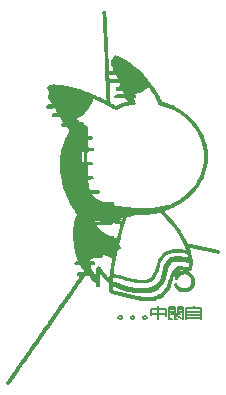
<source format=gbr>
%TF.GenerationSoftware,KiCad,Pcbnew,(6.0.10)*%
%TF.CreationDate,2023-02-02T13:59:13+08:00*%
%TF.ProjectId,AlarmTag,416c6172-6d54-4616-972e-6b696361645f,rev?*%
%TF.SameCoordinates,Original*%
%TF.FileFunction,Legend,Bot*%
%TF.FilePolarity,Positive*%
%FSLAX46Y46*%
G04 Gerber Fmt 4.6, Leading zero omitted, Abs format (unit mm)*
G04 Created by KiCad (PCBNEW (6.0.10)) date 2023-02-02 13:59:13*
%MOMM*%
%LPD*%
G01*
G04 APERTURE LIST*
%ADD10C,0.150000*%
G04 APERTURE END LIST*
D10*
X128150476Y-126785714D02*
X126912380Y-126785714D01*
X128150476Y-127071428D02*
X126912380Y-127071428D01*
X128150476Y-127357142D02*
X126912380Y-127357142D01*
X128150476Y-126500000D02*
X128150476Y-127452380D01*
X128150476Y-126500000D02*
X126912380Y-126500000D01*
X126912380Y-127452380D01*
X127579047Y-126309523D02*
X127674285Y-126500000D01*
X126674285Y-126595238D02*
X126198095Y-126595238D01*
X125960000Y-126595238D02*
X125436190Y-126595238D01*
X126674285Y-126785714D02*
X126198095Y-126785714D01*
X125960000Y-126785714D02*
X125436190Y-126785714D01*
X126436190Y-126976190D02*
X125674285Y-126976190D01*
X126150476Y-127404761D02*
X125960000Y-127404761D01*
X125721904Y-127452380D02*
X125436190Y-127452380D01*
X126674285Y-126404761D02*
X126674285Y-127452380D01*
X126674285Y-126404761D02*
X126198095Y-126404761D01*
X126198095Y-126785714D01*
X125960000Y-126404761D02*
X125960000Y-126785714D01*
X125960000Y-126833333D02*
X125960000Y-127404761D01*
X125960000Y-126404761D02*
X125436190Y-126404761D01*
X125436190Y-127452380D01*
X125960000Y-126976190D02*
X126150476Y-127166666D01*
X126483809Y-127309523D01*
X125198095Y-127023809D02*
X123960000Y-127023809D01*
X125198095Y-126547619D02*
X125198095Y-127119047D01*
X124579047Y-126309523D02*
X124579047Y-127452380D01*
X125198095Y-126547619D02*
X123960000Y-126547619D01*
X123960000Y-127071428D01*
X123483809Y-127119047D02*
X123388571Y-127119047D01*
X123293333Y-127214285D01*
X123293333Y-127309523D01*
X123388571Y-127404761D01*
X123483809Y-127404761D01*
X123579047Y-127309523D01*
X123579047Y-127214285D01*
X123483809Y-127119047D01*
X122436190Y-127119047D02*
X122340952Y-127119047D01*
X122245714Y-127214285D01*
X122245714Y-127309523D01*
X122340952Y-127404761D01*
X122436190Y-127404761D01*
X122531428Y-127309523D01*
X122531428Y-127214285D01*
X122436190Y-127119047D01*
X121388571Y-127119047D02*
X121293333Y-127119047D01*
X121198095Y-127214285D01*
X121198095Y-127309523D01*
X121293333Y-127404761D01*
X121388571Y-127404761D01*
X121483809Y-127309523D01*
X121483809Y-127214285D01*
X121388571Y-127119047D01*
%TO.C,G\u002A\u002A\u002A*%
G36*
X127324312Y-121677975D02*
G01*
X127347911Y-121762943D01*
X127357201Y-121815937D01*
X127358286Y-121829837D01*
X127372611Y-121898283D01*
X127398164Y-121982560D01*
X127427627Y-122096643D01*
X127437028Y-122158015D01*
X127452631Y-122259881D01*
X127469016Y-122446219D01*
X127475763Y-122638330D01*
X127474916Y-122677422D01*
X127471852Y-122818882D01*
X127456264Y-122970547D01*
X127448683Y-123015829D01*
X127425649Y-123140231D01*
X127403682Y-123223468D01*
X127377695Y-123277142D01*
X127353797Y-123301461D01*
X127342604Y-123312851D01*
X127293322Y-123342197D01*
X127208401Y-123386111D01*
X127291424Y-123436600D01*
X127361249Y-123489605D01*
X127448719Y-123576557D01*
X127531076Y-123675897D01*
X127595283Y-123771703D01*
X127628304Y-123848053D01*
X127649188Y-123916831D01*
X127677491Y-123971697D01*
X127694183Y-124015961D01*
X127705494Y-124103587D01*
X127708797Y-124213823D01*
X127704263Y-124328887D01*
X127692063Y-124431000D01*
X127672370Y-124502382D01*
X127670779Y-124505788D01*
X127630447Y-124591596D01*
X127587420Y-124682427D01*
X127567196Y-124718889D01*
X127493707Y-124818244D01*
X127395625Y-124924195D01*
X127288532Y-125019184D01*
X127198006Y-125072920D01*
X127051009Y-125124158D01*
X126883213Y-125154137D01*
X126713612Y-125158262D01*
X126707111Y-125157840D01*
X126601874Y-125147335D01*
X126517925Y-125132596D01*
X126472921Y-125116674D01*
X126429806Y-125093230D01*
X126358718Y-125069363D01*
X126320184Y-125053503D01*
X126238020Y-124996121D01*
X126146374Y-124912185D01*
X126058206Y-124815228D01*
X125986473Y-124718785D01*
X125944136Y-124636389D01*
X125931232Y-124587060D01*
X125929484Y-124480292D01*
X125966710Y-124399755D01*
X126039433Y-124355689D01*
X126061537Y-124351407D01*
X126129962Y-124360941D01*
X126191021Y-124413484D01*
X126253269Y-124515425D01*
X126313689Y-124611260D01*
X126428530Y-124722043D01*
X126562947Y-124791047D01*
X126708869Y-124820885D01*
X126858221Y-124814170D01*
X127002933Y-124773514D01*
X127134932Y-124701530D01*
X127246144Y-124600830D01*
X127328498Y-124474029D01*
X127373921Y-124323738D01*
X127374341Y-124152570D01*
X127332365Y-123994683D01*
X127240839Y-123841462D01*
X127108008Y-123723463D01*
X126939218Y-123646898D01*
X126875374Y-123629359D01*
X126796926Y-123616234D01*
X126723684Y-123621951D01*
X126626327Y-123646470D01*
X126482535Y-123706893D01*
X126337222Y-123820747D01*
X126230605Y-123972586D01*
X126212363Y-124005335D01*
X126145494Y-124078020D01*
X126070690Y-124097646D01*
X125992661Y-124062437D01*
X125985164Y-124056317D01*
X125954169Y-124025548D01*
X125941763Y-123989753D01*
X125945850Y-123932180D01*
X125964333Y-123836078D01*
X125982239Y-123753193D01*
X126002265Y-123669060D01*
X126016148Y-123620579D01*
X126020296Y-123599993D01*
X126004074Y-123579354D01*
X125984246Y-123597203D01*
X125949777Y-123664798D01*
X125906055Y-123777646D01*
X125855149Y-123930314D01*
X125799129Y-124117369D01*
X125798377Y-124119999D01*
X125762455Y-124243430D01*
X125726467Y-124363703D01*
X125698096Y-124455134D01*
X125687637Y-124489625D01*
X125666287Y-124576082D01*
X125657793Y-124637234D01*
X125646389Y-124687618D01*
X125599476Y-124781717D01*
X125522578Y-124899093D01*
X125422517Y-125031317D01*
X125306116Y-125169960D01*
X125180197Y-125306592D01*
X125051581Y-125432783D01*
X124927091Y-125540105D01*
X124843173Y-125598762D01*
X124699774Y-125681178D01*
X124539162Y-125758916D01*
X124382691Y-125820959D01*
X124354275Y-125830465D01*
X124283978Y-125850790D01*
X124210922Y-125865342D01*
X124124332Y-125875104D01*
X124013436Y-125881059D01*
X123867459Y-125884191D01*
X123675630Y-125885482D01*
X123476140Y-125884838D01*
X123299351Y-125880549D01*
X123158266Y-125871821D01*
X123041932Y-125857952D01*
X122939398Y-125838239D01*
X122939196Y-125838192D01*
X122814815Y-125809865D01*
X122692822Y-125782609D01*
X122599599Y-125762318D01*
X122595160Y-125761372D01*
X122514826Y-125743452D01*
X122396001Y-125716065D01*
X122253981Y-125682765D01*
X122104058Y-125647109D01*
X122100263Y-125646199D01*
X121944764Y-125609129D01*
X121792344Y-125573106D01*
X121660328Y-125542208D01*
X121566042Y-125520511D01*
X121393254Y-125480333D01*
X121216154Y-125437025D01*
X121049044Y-125394211D01*
X120900965Y-125354329D01*
X120780958Y-125319815D01*
X120698065Y-125293107D01*
X120661327Y-125276642D01*
X120642062Y-125263819D01*
X120583858Y-125250034D01*
X120567821Y-125246167D01*
X120516625Y-125208549D01*
X120463651Y-125143847D01*
X120457786Y-125134779D01*
X120429189Y-125083215D01*
X120409550Y-125026301D01*
X120396496Y-124951216D01*
X120387656Y-124845141D01*
X120384820Y-124784392D01*
X120702386Y-124784392D01*
X120704839Y-124832530D01*
X120720028Y-124888122D01*
X120755365Y-124933468D01*
X120817960Y-124972662D01*
X120914923Y-125009800D01*
X121053367Y-125048979D01*
X121240401Y-125094294D01*
X121287473Y-125105260D01*
X121473090Y-125148632D01*
X121663047Y-125193189D01*
X121837507Y-125234271D01*
X121976633Y-125267220D01*
X122057456Y-125286448D01*
X122205307Y-125321599D01*
X122341316Y-125353911D01*
X122443857Y-125378244D01*
X122554489Y-125403611D01*
X122790547Y-125452733D01*
X123022413Y-125494899D01*
X123233350Y-125527182D01*
X123406622Y-125546654D01*
X123432274Y-125548768D01*
X123541708Y-125558483D01*
X123628458Y-125567254D01*
X123675630Y-125573399D01*
X123740992Y-125576047D01*
X123847657Y-125568126D01*
X123977363Y-125551656D01*
X124113744Y-125529055D01*
X124240435Y-125502739D01*
X124341070Y-125475126D01*
X124375888Y-125462023D01*
X124488769Y-125408132D01*
X124616409Y-125335202D01*
X124737503Y-125255060D01*
X124829091Y-125185187D01*
X125012942Y-125014041D01*
X125168693Y-124818170D01*
X125301205Y-124589764D01*
X125415338Y-124321012D01*
X125515953Y-124004103D01*
X125531411Y-123950130D01*
X125592479Y-123760107D01*
X125661115Y-123575351D01*
X125732130Y-123408312D01*
X125765110Y-123342130D01*
X126365708Y-123342130D01*
X126374356Y-123367932D01*
X126415816Y-123378775D01*
X126478974Y-123352821D01*
X126515471Y-123336926D01*
X126586833Y-123324938D01*
X126627187Y-123319447D01*
X126635975Y-123301461D01*
X126602250Y-123278206D01*
X126532143Y-123257267D01*
X126453442Y-123254767D01*
X126389719Y-123284260D01*
X126365708Y-123342130D01*
X125765110Y-123342130D01*
X125800334Y-123271445D01*
X125860540Y-123177201D01*
X125954270Y-123078154D01*
X126075544Y-123001452D01*
X126222695Y-122960170D01*
X126408183Y-122949121D01*
X126544264Y-122956097D01*
X126710136Y-122973936D01*
X126857914Y-122998417D01*
X126978608Y-123019887D01*
X127065547Y-123027152D01*
X127107314Y-123018974D01*
X127119131Y-122995339D01*
X127136380Y-122926739D01*
X127149789Y-122835097D01*
X127166063Y-122677422D01*
X127056131Y-122649320D01*
X127023442Y-122641257D01*
X126830207Y-122602869D01*
X126618313Y-122573613D01*
X126402456Y-122554502D01*
X126197334Y-122546548D01*
X126017643Y-122550764D01*
X125878080Y-122568162D01*
X125751106Y-122619265D01*
X125629350Y-122723120D01*
X125530046Y-122872073D01*
X125510086Y-122916658D01*
X125468062Y-123033327D01*
X125422451Y-123182725D01*
X125377396Y-123349969D01*
X125337041Y-123520176D01*
X125305529Y-123678462D01*
X125299578Y-123708824D01*
X125261954Y-123848404D01*
X125205786Y-124012502D01*
X125138245Y-124181413D01*
X125066501Y-124335427D01*
X125056063Y-124354738D01*
X124980286Y-124466545D01*
X124874345Y-124594453D01*
X124751420Y-124724360D01*
X124624688Y-124842165D01*
X124507329Y-124933766D01*
X124505783Y-124934817D01*
X124339390Y-125026375D01*
X124132679Y-125106421D01*
X123901442Y-125169774D01*
X123661472Y-125211255D01*
X123556955Y-125222797D01*
X123441075Y-125231585D01*
X123325649Y-125234340D01*
X123196496Y-125230962D01*
X123039436Y-125221348D01*
X122840290Y-125205398D01*
X122632505Y-125185314D01*
X122130309Y-125114831D01*
X121671414Y-125017270D01*
X121258269Y-124893212D01*
X120893326Y-124743239D01*
X120813291Y-124707489D01*
X120747000Y-124683214D01*
X120716347Y-124679179D01*
X120715781Y-124679820D01*
X120706301Y-124717267D01*
X120702386Y-124784392D01*
X120384820Y-124784392D01*
X120380659Y-124695256D01*
X120367304Y-124352852D01*
X120187190Y-124170874D01*
X120712801Y-124170874D01*
X120726766Y-124239026D01*
X120760461Y-124269268D01*
X120816394Y-124268715D01*
X120905503Y-124271651D01*
X121018727Y-124309401D01*
X121387761Y-124457702D01*
X121800981Y-124582954D01*
X122248057Y-124682271D01*
X122719616Y-124753206D01*
X122786044Y-124760657D01*
X123125915Y-124788072D01*
X123421615Y-124790886D01*
X123679561Y-124767760D01*
X123906170Y-124717350D01*
X124107859Y-124638317D01*
X124291046Y-124529318D01*
X124462147Y-124389014D01*
X124465484Y-124385881D01*
X124566287Y-124281138D01*
X124653088Y-124173099D01*
X124710542Y-124080805D01*
X124759651Y-123962527D01*
X124813471Y-123805813D01*
X124866635Y-123628442D01*
X124913875Y-123447989D01*
X124949926Y-123282029D01*
X124991688Y-123090639D01*
X125077291Y-122819846D01*
X125187074Y-122593063D01*
X125323357Y-122404842D01*
X125353140Y-122372237D01*
X125477354Y-122264357D01*
X125619909Y-122188877D01*
X125799376Y-122135280D01*
X125921875Y-122108583D01*
X126063013Y-122082559D01*
X126172666Y-122070501D01*
X126264343Y-122071133D01*
X126351550Y-122083182D01*
X126429259Y-122097242D01*
X126544978Y-122116480D01*
X126676114Y-122137122D01*
X126808410Y-122157028D01*
X126927610Y-122174060D01*
X127019457Y-122186077D01*
X127069695Y-122190942D01*
X127083930Y-122188171D01*
X127096841Y-122158015D01*
X127088867Y-122085653D01*
X127078550Y-122037127D01*
X127054426Y-121977511D01*
X127011105Y-121935251D01*
X126936562Y-121900445D01*
X126818774Y-121863188D01*
X126765083Y-121849810D01*
X126612411Y-121825991D01*
X126429598Y-121811444D01*
X126230997Y-121806048D01*
X126030963Y-121809685D01*
X125843849Y-121822235D01*
X125684010Y-121843579D01*
X125565800Y-121873597D01*
X125515785Y-121892943D01*
X125282524Y-122010689D01*
X125092959Y-122159824D01*
X124943470Y-122344629D01*
X124830439Y-122569385D01*
X124750246Y-122838373D01*
X124707438Y-123021910D01*
X124664380Y-123179539D01*
X124617165Y-123318492D01*
X124559239Y-123457940D01*
X124484048Y-123617054D01*
X124394390Y-123783048D01*
X124255572Y-123985315D01*
X124108344Y-124141246D01*
X123957022Y-124245693D01*
X123853551Y-124290863D01*
X123619572Y-124354779D01*
X123347271Y-124387090D01*
X123042291Y-124387918D01*
X122710277Y-124357386D01*
X122356875Y-124295619D01*
X121987729Y-124202738D01*
X121857087Y-124165660D01*
X121676386Y-124115661D01*
X121486582Y-124064210D01*
X121312166Y-124018005D01*
X121290830Y-124012415D01*
X121144408Y-123972742D01*
X121011067Y-123934523D01*
X120904758Y-123901865D01*
X120839432Y-123878873D01*
X120738509Y-123836705D01*
X120721514Y-123999297D01*
X120716061Y-124057695D01*
X120712801Y-124170874D01*
X120187190Y-124170874D01*
X120173696Y-124157240D01*
X120137378Y-124120189D01*
X120036925Y-124014617D01*
X119944337Y-123913403D01*
X119875891Y-123834203D01*
X119833188Y-123781953D01*
X119765134Y-123698587D01*
X119714125Y-123635987D01*
X119656555Y-123565196D01*
X119655613Y-124086823D01*
X119655276Y-124181153D01*
X119652634Y-124363137D01*
X119645877Y-124498310D01*
X119633130Y-124593530D01*
X119612519Y-124655654D01*
X119582172Y-124691539D01*
X119540214Y-124708041D01*
X119484771Y-124712018D01*
X119436238Y-124705702D01*
X119373652Y-124667035D01*
X119322166Y-124586680D01*
X119275653Y-124457169D01*
X119258396Y-124401934D01*
X119226239Y-124330238D01*
X119181688Y-124284341D01*
X119109531Y-124244794D01*
X119053625Y-124214604D01*
X118998329Y-124167970D01*
X118948062Y-124098002D01*
X118890123Y-123989945D01*
X118791015Y-123791728D01*
X118590075Y-123783497D01*
X118389135Y-123775265D01*
X118292149Y-123896763D01*
X118262875Y-123934248D01*
X118182294Y-124042946D01*
X118110895Y-124145686D01*
X118077288Y-124195899D01*
X118034750Y-124257401D01*
X118012122Y-124287269D01*
X118002115Y-124299838D01*
X117967132Y-124349966D01*
X117919612Y-124421773D01*
X117890190Y-124464362D01*
X117843871Y-124520240D01*
X117813690Y-124542119D01*
X117803952Y-124544276D01*
X117785775Y-124576284D01*
X117784537Y-124582818D01*
X117761454Y-124630591D01*
X117716865Y-124704432D01*
X117660849Y-124789424D01*
X117603485Y-124870651D01*
X117554852Y-124933198D01*
X117525031Y-124962148D01*
X117522775Y-124963226D01*
X117502609Y-124996983D01*
X117497747Y-125010170D01*
X117467124Y-125063388D01*
X117414574Y-125144628D01*
X117347369Y-125242394D01*
X117311723Y-125292962D01*
X117242972Y-125390772D01*
X117187986Y-125469358D01*
X117156232Y-125515212D01*
X117137861Y-125541418D01*
X117087809Y-125610381D01*
X117028305Y-125690492D01*
X116992848Y-125739828D01*
X116952132Y-125804051D01*
X116936277Y-125840624D01*
X116935944Y-125845377D01*
X116912604Y-125877719D01*
X116912049Y-125877976D01*
X116885173Y-125906129D01*
X116835904Y-125969278D01*
X116772576Y-126055632D01*
X116703524Y-126153398D01*
X116637084Y-126250786D01*
X116581590Y-126336001D01*
X116545378Y-126397254D01*
X116512968Y-126445241D01*
X116481666Y-126467648D01*
X116475586Y-126468378D01*
X116454894Y-126495506D01*
X116454820Y-126496446D01*
X116437369Y-126532416D01*
X116395022Y-126600929D01*
X116336119Y-126689883D01*
X116269000Y-126787174D01*
X116202003Y-126880699D01*
X116143469Y-126958355D01*
X116101736Y-127008039D01*
X116076206Y-127039524D01*
X116058444Y-127078831D01*
X116058396Y-127079611D01*
X116040423Y-127115228D01*
X115996263Y-127180516D01*
X115935038Y-127261944D01*
X115869926Y-127347661D01*
X115811360Y-127430013D01*
X115775484Y-127486693D01*
X115746114Y-127537323D01*
X115713588Y-127584371D01*
X115699606Y-127602506D01*
X115671142Y-127641726D01*
X115625795Y-127705491D01*
X115560994Y-127797460D01*
X115474167Y-127921295D01*
X115362742Y-128080656D01*
X115224146Y-128279205D01*
X115055808Y-128520602D01*
X115047916Y-128531745D01*
X115004289Y-128587385D01*
X114975351Y-128614991D01*
X114971973Y-128616842D01*
X114954114Y-128651894D01*
X114949973Y-128663778D01*
X114919771Y-128715487D01*
X114866696Y-128794763D01*
X114798372Y-128889952D01*
X114762648Y-128938959D01*
X114701048Y-129027344D01*
X114658504Y-129093809D01*
X114642631Y-129126776D01*
X114642467Y-129130107D01*
X114621394Y-129162446D01*
X114596676Y-129187644D01*
X114550099Y-129247163D01*
X114492345Y-129327626D01*
X114438089Y-129405487D01*
X114357734Y-129519996D01*
X114265872Y-129650326D01*
X114173609Y-129780692D01*
X114094711Y-129892459D01*
X113989636Y-130042600D01*
X113889710Y-130186619D01*
X113808838Y-130304549D01*
X113781559Y-130344606D01*
X113697730Y-130466615D01*
X113616953Y-130582833D01*
X113553513Y-130672665D01*
X113513595Y-130728791D01*
X113430597Y-130847235D01*
X113355812Y-130955831D01*
X113310886Y-131021283D01*
X113236044Y-131129134D01*
X113148677Y-131254170D01*
X113059803Y-131380580D01*
X112986893Y-131484243D01*
X112895858Y-131614443D01*
X112814391Y-131731741D01*
X112754086Y-131819488D01*
X112735968Y-131845931D01*
X112675886Y-131932417D01*
X112598545Y-132042704D01*
X112512231Y-132165089D01*
X112425228Y-132287870D01*
X112345820Y-132399345D01*
X112282291Y-132487809D01*
X112242927Y-132541561D01*
X112242513Y-132542113D01*
X112215777Y-132579850D01*
X112167707Y-132649339D01*
X112108416Y-132735965D01*
X112044427Y-132824126D01*
X111983278Y-132898436D01*
X111939295Y-132941261D01*
X111899197Y-132964913D01*
X111823197Y-132976041D01*
X111749487Y-132933605D01*
X111725639Y-132905516D01*
X111699079Y-132820508D01*
X111713747Y-132724161D01*
X111768495Y-132634537D01*
X111778267Y-132623766D01*
X111821660Y-132568932D01*
X111839287Y-132533978D01*
X111851458Y-132504525D01*
X111888841Y-132454391D01*
X111928852Y-132403842D01*
X111987371Y-132322889D01*
X112051279Y-132229598D01*
X112056159Y-132222282D01*
X112113046Y-132138203D01*
X112157178Y-132075054D01*
X112179358Y-132046020D01*
X112203522Y-132016058D01*
X112242385Y-131961071D01*
X112280361Y-131905318D01*
X112339295Y-131819373D01*
X112404551Y-131724602D01*
X112408360Y-131719068D01*
X112464188Y-131634422D01*
X112503817Y-131567894D01*
X112518885Y-131533465D01*
X112519190Y-131529308D01*
X112541568Y-131508005D01*
X112563286Y-131488130D01*
X112609664Y-131429661D01*
X112673198Y-131341895D01*
X112746864Y-131234201D01*
X112814786Y-131133527D01*
X112883004Y-131034939D01*
X112935615Y-130961677D01*
X112964872Y-130924741D01*
X112982890Y-130904332D01*
X113000268Y-130872981D01*
X113015128Y-130846847D01*
X113057558Y-130784454D01*
X113120902Y-130695548D01*
X113198484Y-130589671D01*
X113272761Y-130487328D01*
X113337115Y-130394124D01*
X113380678Y-130325727D01*
X113396700Y-130292269D01*
X113397522Y-130284034D01*
X113418302Y-130262074D01*
X113436538Y-130251571D01*
X113467856Y-130208250D01*
X113485384Y-130178961D01*
X113531817Y-130108007D01*
X113596863Y-130012224D01*
X113672303Y-129903846D01*
X113733816Y-129816517D01*
X113871086Y-129621681D01*
X113988018Y-129455798D01*
X114093400Y-129306407D01*
X114196020Y-129161046D01*
X114304670Y-129007254D01*
X114305710Y-129005781D01*
X114381598Y-128897278D01*
X114443704Y-128806410D01*
X114485648Y-128742657D01*
X114501048Y-128715502D01*
X114505419Y-128706335D01*
X114535792Y-128659822D01*
X114588754Y-128584450D01*
X114656789Y-128491052D01*
X114693260Y-128441301D01*
X114754501Y-128355446D01*
X114796768Y-128292976D01*
X114812531Y-128264832D01*
X114815441Y-128254334D01*
X114840420Y-128215004D01*
X114858836Y-128192304D01*
X114930789Y-128100745D01*
X115004209Y-128001723D01*
X115088821Y-127881850D01*
X115194350Y-127727737D01*
X115195212Y-127726467D01*
X115270919Y-127615827D01*
X115335487Y-127523153D01*
X115382095Y-127458123D01*
X115403923Y-127430413D01*
X115417063Y-127416486D01*
X115449654Y-127370936D01*
X115515335Y-127268215D01*
X115584484Y-127166193D01*
X115636768Y-127096356D01*
X115666261Y-127067016D01*
X115671567Y-127064204D01*
X115690346Y-127027797D01*
X115699933Y-127005249D01*
X115737398Y-126944061D01*
X115796605Y-126856755D01*
X115870486Y-126754069D01*
X115924223Y-126680725D01*
X116001231Y-126573661D01*
X116064229Y-126483785D01*
X116103255Y-126425173D01*
X116137044Y-126373924D01*
X116197802Y-126286442D01*
X116271085Y-126183604D01*
X116345726Y-126080905D01*
X116410557Y-125993840D01*
X116454411Y-125937907D01*
X116466571Y-125920607D01*
X116483211Y-125873306D01*
X116488150Y-125857225D01*
X116525686Y-125826606D01*
X116545592Y-125815837D01*
X116568161Y-125783636D01*
X116570062Y-125775435D01*
X116595160Y-125726475D01*
X116641666Y-125651842D01*
X116699703Y-125565865D01*
X116759397Y-125482869D01*
X116810870Y-125417182D01*
X116844248Y-125383131D01*
X116858908Y-125371362D01*
X116879643Y-125334036D01*
X116884563Y-125320532D01*
X116915393Y-125266909D01*
X116968253Y-125185448D01*
X117035837Y-125087672D01*
X117071917Y-125036778D01*
X117140761Y-124939134D01*
X117195591Y-124860674D01*
X117226974Y-124814862D01*
X117241859Y-124792792D01*
X117289138Y-124724609D01*
X117345447Y-124644962D01*
X117363796Y-124619057D01*
X117427056Y-124528300D01*
X117504184Y-124416276D01*
X117582456Y-124301427D01*
X117621400Y-124244589D01*
X117687339Y-124151335D01*
X117739498Y-124081342D01*
X117769113Y-124046578D01*
X117778710Y-124036965D01*
X117819543Y-123984326D01*
X117867135Y-123912074D01*
X117897835Y-123857952D01*
X117910263Y-123817413D01*
X117891327Y-123805887D01*
X117837672Y-123785641D01*
X117774358Y-123733700D01*
X117722386Y-123669409D01*
X117700825Y-123612160D01*
X117713561Y-123560210D01*
X117751639Y-123494559D01*
X117771432Y-123473242D01*
X117815739Y-123446711D01*
X117884108Y-123432651D01*
X117992775Y-123426478D01*
X118030308Y-123425142D01*
X118130584Y-123415790D01*
X118196055Y-123395789D01*
X118196722Y-123395296D01*
X118635273Y-123395296D01*
X118638468Y-123414836D01*
X118663590Y-123437771D01*
X118676616Y-123432979D01*
X118691906Y-123395296D01*
X118688712Y-123375756D01*
X118663590Y-123352821D01*
X118650563Y-123357613D01*
X118635273Y-123395296D01*
X118196722Y-123395296D01*
X118243511Y-123360736D01*
X118303925Y-123300321D01*
X118184141Y-123164238D01*
X118128161Y-123098127D01*
X118062076Y-123013693D01*
X118018068Y-122949797D01*
X118010615Y-122937446D01*
X117982077Y-122901042D01*
X117943647Y-122881251D01*
X117879753Y-122873056D01*
X117774820Y-122871439D01*
X117643338Y-122863897D01*
X117545672Y-122836440D01*
X117491199Y-122785968D01*
X117474292Y-122709447D01*
X117474421Y-122698422D01*
X117493682Y-122602433D01*
X117549003Y-122548505D01*
X117645188Y-122531639D01*
X117645961Y-122531639D01*
X117709980Y-122528483D01*
X117744334Y-122512578D01*
X117750668Y-122474182D01*
X117733712Y-122414413D01*
X118806778Y-122414413D01*
X118806829Y-122466489D01*
X118855837Y-122494784D01*
X118956525Y-122503323D01*
X118993856Y-122504314D01*
X119109788Y-122527313D01*
X119178780Y-122581153D01*
X119201605Y-122666350D01*
X119201124Y-122679204D01*
X119172777Y-122750495D01*
X119097970Y-122799608D01*
X118972881Y-122829265D01*
X118904385Y-122839663D01*
X118854041Y-122854727D01*
X118837753Y-122879781D01*
X118842868Y-122924052D01*
X118858454Y-122980741D01*
X118906126Y-123101536D01*
X118970876Y-123233584D01*
X119041834Y-123355502D01*
X119071016Y-123395296D01*
X119108134Y-123445911D01*
X119157242Y-123515260D01*
X119200069Y-123599652D01*
X119201810Y-123603996D01*
X119237156Y-123674645D01*
X119272005Y-123720611D01*
X119285052Y-123724300D01*
X119297377Y-123702079D01*
X119306625Y-123643935D01*
X119313803Y-123542966D01*
X119319920Y-123392268D01*
X119323722Y-123286275D01*
X119329819Y-123168851D01*
X119338222Y-123090260D01*
X119350933Y-123039860D01*
X119369954Y-123007008D01*
X119397287Y-122981063D01*
X119482825Y-122936334D01*
X119575953Y-122937925D01*
X119657604Y-122991784D01*
X119680346Y-123018920D01*
X119736609Y-123091252D01*
X119809061Y-123188111D01*
X119887644Y-123296188D01*
X119924098Y-123346312D01*
X120024212Y-123478725D01*
X120126886Y-123608601D01*
X120214823Y-123713858D01*
X120239401Y-123741635D01*
X120310305Y-123817768D01*
X120365195Y-123870880D01*
X120393822Y-123890837D01*
X120394579Y-123890833D01*
X120404655Y-123888703D01*
X120413578Y-123878000D01*
X120422646Y-123851937D01*
X120433153Y-123803728D01*
X120446396Y-123726588D01*
X120463670Y-123613729D01*
X120480280Y-123499562D01*
X120790428Y-123499562D01*
X120798278Y-123533065D01*
X120815500Y-123550943D01*
X120866909Y-123574018D01*
X120969781Y-123609737D01*
X121115434Y-123654663D01*
X121297450Y-123706825D01*
X121509409Y-123764249D01*
X121565175Y-123779119D01*
X121725356Y-123822912D01*
X121885864Y-123868065D01*
X122019108Y-123906858D01*
X122062145Y-123919303D01*
X122209734Y-123958135D01*
X122374723Y-123997375D01*
X122528807Y-124030175D01*
X122592360Y-124042128D01*
X122901943Y-124084899D01*
X123186332Y-124098200D01*
X123440576Y-124082586D01*
X123659724Y-124038614D01*
X123838823Y-123966841D01*
X123972923Y-123867823D01*
X124034325Y-123798442D01*
X124162826Y-123607201D01*
X124281201Y-123365780D01*
X124387592Y-123078277D01*
X124480141Y-122748791D01*
X124529211Y-122564523D01*
X124587614Y-122395279D01*
X124655987Y-122254260D01*
X124741772Y-122126431D01*
X124852411Y-121996759D01*
X124902291Y-121945139D01*
X125104819Y-121777119D01*
X125333428Y-121650855D01*
X125594950Y-121563166D01*
X125896218Y-121510872D01*
X125908964Y-121509500D01*
X126129017Y-121495211D01*
X126351225Y-121496628D01*
X126561183Y-121512680D01*
X126744485Y-121542299D01*
X126886724Y-121584413D01*
X126912721Y-121593238D01*
X126930175Y-121582736D01*
X126921429Y-121530450D01*
X126921012Y-121528877D01*
X126901496Y-121477543D01*
X126861244Y-121385373D01*
X126804514Y-121261665D01*
X126735567Y-121115718D01*
X126658662Y-120956832D01*
X126598235Y-120836036D01*
X126306481Y-120314172D01*
X125982895Y-119826843D01*
X125633517Y-119383321D01*
X125630257Y-119379534D01*
X125506755Y-119235627D01*
X125372174Y-119078150D01*
X125242554Y-118925906D01*
X125133935Y-118797699D01*
X125082555Y-118736827D01*
X124979421Y-118616722D01*
X124899855Y-118532359D01*
X124834411Y-118478614D01*
X124773644Y-118450365D01*
X124708110Y-118442487D01*
X124628363Y-118449857D01*
X124524959Y-118467352D01*
X124316638Y-118503600D01*
X124123642Y-118535393D01*
X123961360Y-118558921D01*
X123816609Y-118575414D01*
X123676203Y-118586103D01*
X123526960Y-118592215D01*
X123355693Y-118594981D01*
X123149220Y-118595630D01*
X122967979Y-118595762D01*
X122810814Y-118596661D01*
X122695846Y-118599064D01*
X122615429Y-118603704D01*
X122561920Y-118611318D01*
X122527673Y-118622639D01*
X122505046Y-118638402D01*
X122486392Y-118659343D01*
X122473106Y-118674434D01*
X122437726Y-118700540D01*
X122384845Y-118717535D01*
X122301420Y-118728674D01*
X122174409Y-118737213D01*
X121913919Y-118751372D01*
X121907297Y-118770754D01*
X121831690Y-118992063D01*
X121815606Y-119039477D01*
X121777472Y-119156899D01*
X121740641Y-119270310D01*
X121688002Y-119445059D01*
X121666953Y-119514937D01*
X121591589Y-119783821D01*
X121511596Y-120087424D01*
X121424020Y-120436210D01*
X121412390Y-120483251D01*
X121372353Y-120642960D01*
X121334087Y-120792539D01*
X121301451Y-120917020D01*
X121278305Y-121001433D01*
X121258748Y-121077039D01*
X121251333Y-121141360D01*
X121265895Y-121166781D01*
X121296838Y-121181881D01*
X121298389Y-121182638D01*
X121358548Y-121249383D01*
X121381984Y-121338701D01*
X121374437Y-121397571D01*
X121330602Y-121461871D01*
X121249893Y-121483925D01*
X121206315Y-121494022D01*
X121158436Y-121534981D01*
X121156328Y-121539472D01*
X121138792Y-121596176D01*
X121113435Y-121699194D01*
X121081871Y-121840434D01*
X121045712Y-122011807D01*
X121006571Y-122205222D01*
X120990966Y-122285102D01*
X120966060Y-122412589D01*
X120925793Y-122625817D01*
X120887383Y-122836815D01*
X120852441Y-123037493D01*
X120822582Y-123219760D01*
X120803727Y-123344530D01*
X120792171Y-123440146D01*
X120790428Y-123499562D01*
X120480280Y-123499562D01*
X120486273Y-123458366D01*
X120515499Y-123253713D01*
X120533788Y-123127363D01*
X120561688Y-122941221D01*
X120589046Y-122765506D01*
X120613478Y-122615446D01*
X120632598Y-122506266D01*
X120653152Y-122377382D01*
X120659495Y-122285102D01*
X120650056Y-122241449D01*
X120648507Y-122240049D01*
X120603664Y-122216706D01*
X120518175Y-122183024D01*
X120404941Y-122143116D01*
X120276863Y-122101094D01*
X120146841Y-122061069D01*
X120027777Y-122027155D01*
X119932572Y-122003465D01*
X119874125Y-121994109D01*
X119859423Y-122016046D01*
X119852887Y-122073161D01*
X119843421Y-122137271D01*
X119812732Y-122207665D01*
X119811050Y-122209924D01*
X119790190Y-122230438D01*
X119757677Y-122245292D01*
X119704514Y-122255695D01*
X119621706Y-122262852D01*
X119500258Y-122267970D01*
X119331173Y-122272255D01*
X119265224Y-122273738D01*
X119115219Y-122277957D01*
X119009498Y-122283300D01*
X118938962Y-122291086D01*
X118894512Y-122302631D01*
X118867048Y-122319253D01*
X118867038Y-122319265D01*
X118847471Y-122342268D01*
X118806778Y-122414413D01*
X117733712Y-122414413D01*
X117730631Y-122403553D01*
X117697125Y-122319265D01*
X118465374Y-122319265D01*
X118479532Y-122333423D01*
X118493690Y-122319265D01*
X118479532Y-122305106D01*
X118465374Y-122319265D01*
X117697125Y-122319265D01*
X117685868Y-122290948D01*
X117653846Y-122206789D01*
X117593435Y-122015137D01*
X117535600Y-121793149D01*
X117484250Y-121557888D01*
X117443295Y-121326421D01*
X117426081Y-121190398D01*
X120197696Y-121190398D01*
X120221003Y-121200759D01*
X120235994Y-121198715D01*
X120239881Y-121181881D01*
X120235731Y-121178492D01*
X120202126Y-121181881D01*
X120197696Y-121190398D01*
X117426081Y-121190398D01*
X117416642Y-121115809D01*
X117409398Y-121029362D01*
X117397925Y-120861175D01*
X117386886Y-120665717D01*
X117377255Y-120460761D01*
X117370003Y-120264081D01*
X117366268Y-119991086D01*
X117377334Y-119684805D01*
X117397543Y-119504612D01*
X119371505Y-119504612D01*
X119372307Y-119510470D01*
X119401431Y-119559465D01*
X119466372Y-119633295D01*
X119558861Y-119724650D01*
X119670628Y-119826219D01*
X119793404Y-119930693D01*
X119918919Y-120030761D01*
X120038904Y-120119113D01*
X120145089Y-120188440D01*
X120270228Y-120261129D01*
X120361875Y-120308508D01*
X120433873Y-120335791D01*
X120500206Y-120348276D01*
X120574856Y-120351260D01*
X120623851Y-120352415D01*
X120723166Y-120369825D01*
X120794745Y-120416333D01*
X120858127Y-120502360D01*
X120902566Y-120539864D01*
X120973461Y-120566125D01*
X121060477Y-120582867D01*
X121140156Y-120275927D01*
X121161478Y-120194417D01*
X121205628Y-120028464D01*
X121249704Y-119865794D01*
X121286751Y-119732206D01*
X121298022Y-119691604D01*
X121326443Y-119581876D01*
X121346238Y-119494344D01*
X121353668Y-119445059D01*
X121353640Y-119442352D01*
X121348904Y-119420003D01*
X121330145Y-119402377D01*
X121288927Y-119387144D01*
X121216813Y-119371973D01*
X121105365Y-119354535D01*
X120946147Y-119332498D01*
X120885113Y-119324430D01*
X120804895Y-119317202D01*
X120754287Y-119323274D01*
X120716028Y-119346264D01*
X120672858Y-119389792D01*
X120594714Y-119473445D01*
X119983110Y-119473445D01*
X119970096Y-119473448D01*
X119747748Y-119474700D01*
X119579285Y-119478311D01*
X119462138Y-119484412D01*
X119393735Y-119493136D01*
X119371505Y-119504612D01*
X117397543Y-119504612D01*
X117407797Y-119413189D01*
X117459506Y-119165256D01*
X117468615Y-119136613D01*
X119132648Y-119136613D01*
X119150154Y-119143976D01*
X119214872Y-119152680D01*
X119314698Y-119158150D01*
X119436889Y-119159431D01*
X119725463Y-119156899D01*
X119583880Y-119117502D01*
X119486725Y-119095715D01*
X119372278Y-119081385D01*
X119268327Y-119078789D01*
X119186191Y-119087448D01*
X119137192Y-119106882D01*
X119132648Y-119136613D01*
X117468615Y-119136613D01*
X117499313Y-119040082D01*
X121353668Y-119040082D01*
X121367924Y-119063229D01*
X121417813Y-119077013D01*
X121422263Y-119076939D01*
X121463698Y-119063793D01*
X121497518Y-119019569D01*
X121533423Y-118932110D01*
X121561302Y-118836712D01*
X121565890Y-118770754D01*
X121544999Y-118752095D01*
X121502042Y-118783150D01*
X121499134Y-118787077D01*
X121440434Y-118866335D01*
X121404937Y-118925558D01*
X121367995Y-118997225D01*
X121353668Y-119040082D01*
X117499313Y-119040082D01*
X117534313Y-118930026D01*
X117599795Y-118776739D01*
X119605707Y-118776739D01*
X119606146Y-118786405D01*
X119642873Y-118791611D01*
X119670706Y-118787077D01*
X119659981Y-118774503D01*
X119643606Y-118769979D01*
X119605707Y-118776739D01*
X117599795Y-118776739D01*
X117634065Y-118696518D01*
X117660231Y-118639812D01*
X117689457Y-118569986D01*
X117700825Y-118532962D01*
X117699897Y-118529522D01*
X117677036Y-118489601D01*
X117628148Y-118415470D01*
X117559416Y-118316291D01*
X117477021Y-118201228D01*
X117386555Y-118073706D01*
X117282573Y-117921150D01*
X117254824Y-117878794D01*
X118849924Y-117878794D01*
X118890123Y-117883244D01*
X118929076Y-117879297D01*
X118925518Y-117868961D01*
X118912701Y-117865221D01*
X118854727Y-117868961D01*
X118849924Y-117878794D01*
X117254824Y-117878794D01*
X117186984Y-117775244D01*
X117112652Y-117655264D01*
X117005373Y-117462750D01*
X116824205Y-117083001D01*
X116662250Y-116672086D01*
X116603003Y-116489840D01*
X118413749Y-116489840D01*
X118437057Y-116500201D01*
X118452048Y-116498158D01*
X118455935Y-116481323D01*
X118451784Y-116477934D01*
X118418179Y-116481323D01*
X118413749Y-116489840D01*
X116603003Y-116489840D01*
X116521582Y-116239386D01*
X116404275Y-115794281D01*
X116312402Y-115346152D01*
X116248038Y-114904380D01*
X116213255Y-114478346D01*
X116212936Y-114437462D01*
X118157791Y-114437462D01*
X118166113Y-114503520D01*
X118190047Y-114597309D01*
X118224790Y-114694657D01*
X118236252Y-114720759D01*
X118252790Y-114751849D01*
X118261467Y-114745718D01*
X118264985Y-114695895D01*
X118266049Y-114595909D01*
X118266126Y-114579914D01*
X118264699Y-114484667D01*
X118256972Y-114432004D01*
X118239134Y-114409511D01*
X118207373Y-114404772D01*
X118171317Y-114409915D01*
X118157791Y-114437462D01*
X116212936Y-114437462D01*
X116210128Y-114077431D01*
X116240730Y-113711015D01*
X116242240Y-113701982D01*
X118095521Y-113701982D01*
X118095837Y-113829124D01*
X118098654Y-113941405D01*
X118104002Y-114024921D01*
X118111907Y-114065767D01*
X118142398Y-114086128D01*
X118200707Y-114092152D01*
X118248279Y-114074411D01*
X118250911Y-114067821D01*
X118257309Y-114015613D01*
X118262465Y-113921422D01*
X118265905Y-113795891D01*
X118267157Y-113649662D01*
X118267157Y-113243791D01*
X118199517Y-113243791D01*
X118169192Y-113246790D01*
X118133916Y-113273981D01*
X118130936Y-113283906D01*
X118113387Y-113342349D01*
X118109296Y-113370438D01*
X118102279Y-113458735D01*
X118097677Y-113573884D01*
X118095521Y-113701982D01*
X116242240Y-113701982D01*
X116295273Y-113384695D01*
X116319208Y-113283173D01*
X117790224Y-113283173D01*
X117796984Y-113321072D01*
X117806650Y-113320633D01*
X117811856Y-113283906D01*
X117807321Y-113256072D01*
X117794748Y-113266798D01*
X117790224Y-113283173D01*
X116319208Y-113283173D01*
X116372805Y-113055838D01*
X116416384Y-112918150D01*
X117814091Y-112918150D01*
X117828250Y-112932308D01*
X117842408Y-112918150D01*
X117828250Y-112903992D01*
X117814091Y-112918150D01*
X116416384Y-112918150D01*
X116426313Y-112886780D01*
X118191690Y-112886780D01*
X118218055Y-112903992D01*
X118238185Y-112902680D01*
X118273723Y-112883483D01*
X118290274Y-112832034D01*
X118293164Y-112736452D01*
X118290854Y-112606667D01*
X118254190Y-112691617D01*
X118223725Y-112767223D01*
X118197958Y-112840279D01*
X118191690Y-112886780D01*
X116426313Y-112886780D01*
X116474970Y-112733051D01*
X116606730Y-112400789D01*
X116667304Y-112270665D01*
X117989000Y-112270665D01*
X118012308Y-112281026D01*
X118027298Y-112278983D01*
X118031185Y-112262148D01*
X118027035Y-112258759D01*
X117993430Y-112262148D01*
X117989000Y-112270665D01*
X116667304Y-112270665D01*
X116773048Y-112043508D01*
X116778880Y-112031687D01*
X116847396Y-111890587D01*
X116911079Y-111755748D01*
X116963049Y-111641944D01*
X116996425Y-111563947D01*
X117050360Y-111427358D01*
X116919087Y-111273702D01*
X116787814Y-111120045D01*
X116621354Y-111120045D01*
X116522222Y-111115821D01*
X116448997Y-111098451D01*
X116398261Y-111063412D01*
X116380115Y-111042511D01*
X116343955Y-110954243D01*
X116355043Y-110862224D01*
X116412419Y-110785305D01*
X116414982Y-110783278D01*
X116463256Y-110739979D01*
X116483211Y-110712168D01*
X116474185Y-110691802D01*
X116440130Y-110635852D01*
X116389425Y-110560502D01*
X116350452Y-110502765D01*
X116324788Y-110461424D01*
X117701256Y-110461424D01*
X117716816Y-110507904D01*
X117754842Y-110538724D01*
X117786415Y-110554343D01*
X117824254Y-110595986D01*
X117836799Y-110615049D01*
X117894765Y-110660642D01*
X117978955Y-110705005D01*
X118069642Y-110738610D01*
X118147099Y-110751929D01*
X118210841Y-110760244D01*
X118274173Y-110804759D01*
X118295474Y-110887040D01*
X118296617Y-110905353D01*
X118322207Y-110974305D01*
X118370086Y-111019189D01*
X118425110Y-111024007D01*
X118475619Y-111025861D01*
X118540520Y-111054711D01*
X118572167Y-111078216D01*
X118600445Y-111124649D01*
X118597301Y-111196894D01*
X118595140Y-111215568D01*
X118598264Y-111311824D01*
X118617644Y-111411210D01*
X118630359Y-111469535D01*
X118642071Y-111590713D01*
X118641127Y-111720264D01*
X118628868Y-111909893D01*
X118793949Y-111918481D01*
X118852888Y-111922359D01*
X118926049Y-111934271D01*
X118969538Y-111958376D01*
X119000762Y-112001676D01*
X119021395Y-112043264D01*
X119025151Y-112091539D01*
X118993973Y-112150338D01*
X118978731Y-112171975D01*
X118940759Y-112205735D01*
X118884509Y-112220888D01*
X118790901Y-112224393D01*
X118743819Y-112224511D01*
X118687158Y-112229044D01*
X118649201Y-112246555D01*
X118639880Y-112262148D01*
X118625763Y-112285766D01*
X118612659Y-112355400D01*
X118605705Y-112464179D01*
X118600716Y-112620825D01*
X118597313Y-112736452D01*
X118592798Y-112889833D01*
X118828772Y-112903992D01*
X118933539Y-112911888D01*
X118975712Y-112918150D01*
X119020147Y-112924748D01*
X119073052Y-112944105D01*
X119104859Y-112973116D01*
X119133075Y-113018963D01*
X119140061Y-113078881D01*
X119103283Y-113149126D01*
X119073491Y-113179390D01*
X119024928Y-113200850D01*
X118945494Y-113216032D01*
X118822312Y-113228577D01*
X118583030Y-113248509D01*
X118564656Y-113451445D01*
X118557385Y-113565234D01*
X118555238Y-113649662D01*
X118553372Y-113723005D01*
X118555382Y-113866756D01*
X118564482Y-114079131D01*
X118756332Y-114083334D01*
X118788777Y-114084310D01*
X118910354Y-114096461D01*
X118985393Y-114124419D01*
X119021449Y-114172738D01*
X119026073Y-114245973D01*
X119015391Y-114292453D01*
X118964580Y-114355748D01*
X118869911Y-114392328D01*
X118727302Y-114404354D01*
X118578640Y-114404772D01*
X118578640Y-114813047D01*
X118578793Y-114867860D01*
X118580711Y-115012132D01*
X118584480Y-115134262D01*
X118589664Y-115222754D01*
X118595828Y-115266113D01*
X118602992Y-115278549D01*
X118636705Y-115298057D01*
X118704160Y-115308075D01*
X118816697Y-115310903D01*
X118864192Y-115311368D01*
X118976300Y-115320053D01*
X119044785Y-115343530D01*
X119079011Y-115386755D01*
X119088339Y-115454683D01*
X119088155Y-115465332D01*
X119074187Y-115527392D01*
X119031427Y-115569034D01*
X118950641Y-115595763D01*
X118822592Y-115613083D01*
X118759676Y-115619696D01*
X118682987Y-115633183D01*
X118645307Y-115652025D01*
X118635273Y-115680300D01*
X118638134Y-115721365D01*
X118650106Y-115812257D01*
X118669034Y-115930442D01*
X118692337Y-116062041D01*
X118717430Y-116193175D01*
X118741729Y-116309963D01*
X118762652Y-116398525D01*
X118777613Y-116444982D01*
X118787239Y-116460084D01*
X118809856Y-116478187D01*
X118820587Y-116481323D01*
X118849856Y-116489877D01*
X118917050Y-116496528D01*
X119021249Y-116499512D01*
X119172262Y-116500201D01*
X119337056Y-116502143D01*
X119461969Y-116510025D01*
X119545568Y-116526478D01*
X119595641Y-116554135D01*
X119619974Y-116595624D01*
X119626355Y-116653576D01*
X119618364Y-116710985D01*
X119584152Y-116759681D01*
X119516099Y-116790634D01*
X119406820Y-116806937D01*
X119248930Y-116811684D01*
X119175026Y-116812657D01*
X119072065Y-116817907D01*
X119001352Y-116826685D01*
X118975073Y-116837828D01*
X118986600Y-116874734D01*
X119040625Y-116945928D01*
X119131699Y-117032427D01*
X119251886Y-117128056D01*
X119393250Y-117226639D01*
X119547854Y-117322001D01*
X119707763Y-117407966D01*
X119933143Y-117519599D01*
X120353160Y-117520033D01*
X120419340Y-117520408D01*
X120563705Y-117523456D01*
X120684776Y-117529051D01*
X120771441Y-117536578D01*
X120812589Y-117545423D01*
X120818480Y-117550320D01*
X120843378Y-117601235D01*
X120855064Y-117677476D01*
X120861351Y-117743809D01*
X120886142Y-117784788D01*
X120943077Y-117808302D01*
X120990556Y-117818490D01*
X121089245Y-117832414D01*
X121197926Y-117841918D01*
X121213279Y-117842932D01*
X121314912Y-117852420D01*
X121452908Y-117868243D01*
X121539415Y-117879297D01*
X121611100Y-117888457D01*
X121773317Y-117911117D01*
X121950231Y-117935060D01*
X122165659Y-117960744D01*
X122380129Y-117983330D01*
X122566182Y-117999750D01*
X122857698Y-118017482D01*
X123424767Y-118024390D01*
X123982688Y-117992015D01*
X124553445Y-117919471D01*
X124566775Y-117917351D01*
X124832735Y-117874462D01*
X125052810Y-117836515D01*
X125236681Y-117800190D01*
X125394029Y-117762166D01*
X125534535Y-117719122D01*
X125667877Y-117667738D01*
X125803738Y-117604693D01*
X125951797Y-117526666D01*
X126121735Y-117430337D01*
X126323233Y-117312385D01*
X126369832Y-117283143D01*
X126483600Y-117203895D01*
X126623495Y-117099182D01*
X126779012Y-116976963D01*
X126939649Y-116845202D01*
X127035900Y-116761596D01*
X127162719Y-116641447D01*
X127296315Y-116502561D01*
X127445380Y-116335808D01*
X127618608Y-116132057D01*
X127660212Y-116076508D01*
X127728266Y-115974542D01*
X127807033Y-115848602D01*
X127887805Y-115713025D01*
X127961877Y-115582145D01*
X128020540Y-115470299D01*
X128152638Y-115177443D01*
X128274433Y-114832337D01*
X128363268Y-114472462D01*
X128424571Y-114079131D01*
X128433260Y-114006355D01*
X128449314Y-113870910D01*
X128459569Y-113770135D01*
X128463990Y-113688881D01*
X128462540Y-113611999D01*
X128455183Y-113524341D01*
X128441882Y-113410759D01*
X128422602Y-113256102D01*
X128410617Y-113170068D01*
X128381103Y-112998882D01*
X128343708Y-112814920D01*
X128301670Y-112631941D01*
X128258231Y-112463704D01*
X128216631Y-112323968D01*
X128180111Y-112226492D01*
X128044489Y-111941033D01*
X127896490Y-111657829D01*
X127749185Y-111409850D01*
X127595783Y-111186547D01*
X127429492Y-110977372D01*
X127243523Y-110771779D01*
X127061370Y-110589580D01*
X126688684Y-110266530D01*
X126291858Y-109987329D01*
X125864832Y-109748377D01*
X125401548Y-109546072D01*
X124895948Y-109376816D01*
X124772304Y-109338610D01*
X124662500Y-109300271D01*
X124583822Y-109267836D01*
X124548042Y-109245740D01*
X124534241Y-109194260D01*
X124535895Y-109120248D01*
X124535541Y-109054206D01*
X124499394Y-108950348D01*
X124491713Y-108937464D01*
X124449514Y-108863985D01*
X124393161Y-108763310D01*
X124332663Y-108653275D01*
X124250911Y-108508450D01*
X124122345Y-108296270D01*
X123990584Y-108094339D01*
X123868797Y-107923377D01*
X123831133Y-107873268D01*
X123782735Y-107807754D01*
X123756087Y-107770149D01*
X123750892Y-107767368D01*
X123711573Y-107782941D01*
X123644169Y-107830187D01*
X123557871Y-107902949D01*
X123527964Y-107929010D01*
X123353651Y-108056770D01*
X123154747Y-108170781D01*
X122951066Y-108260745D01*
X122762419Y-108316365D01*
X122690698Y-108333462D01*
X122624956Y-108356198D01*
X122599599Y-108375341D01*
X122600521Y-108381922D01*
X122628522Y-108401650D01*
X122656156Y-108419734D01*
X122689172Y-108471282D01*
X122696842Y-108493603D01*
X122692317Y-108575951D01*
X122647295Y-108650936D01*
X122571980Y-108698753D01*
X122557802Y-108703926D01*
X122528115Y-108733508D01*
X122533543Y-108792930D01*
X122561959Y-108871054D01*
X122604285Y-108953824D01*
X122632900Y-109010531D01*
X122652745Y-109115123D01*
X122626130Y-109200617D01*
X122557183Y-109258301D01*
X122450029Y-109279465D01*
X122427219Y-109280095D01*
X122307177Y-109294415D01*
X122151777Y-109324822D01*
X121974031Y-109367583D01*
X121786954Y-109418970D01*
X121603560Y-109475251D01*
X121436862Y-109532697D01*
X121299875Y-109587577D01*
X121205613Y-109636161D01*
X121102565Y-109687218D01*
X120978101Y-109704937D01*
X120844009Y-109674639D01*
X120691287Y-109595614D01*
X120674880Y-109585398D01*
X120527262Y-109498384D01*
X120337447Y-109393196D01*
X120113755Y-109274271D01*
X119864512Y-109146042D01*
X119598038Y-109012947D01*
X119592505Y-109010223D01*
X119461201Y-108945414D01*
X119341906Y-108886243D01*
X119247564Y-108839149D01*
X119191118Y-108810567D01*
X119186330Y-108808159D01*
X119109874Y-108789442D01*
X119053626Y-108810075D01*
X119031575Y-108865263D01*
X119031323Y-108869161D01*
X119016475Y-108922991D01*
X118982810Y-109012024D01*
X118936036Y-109122674D01*
X118881863Y-109241353D01*
X118826000Y-109354475D01*
X118717511Y-109545121D01*
X118566881Y-109753470D01*
X118381501Y-109952892D01*
X118313732Y-110015276D01*
X118206124Y-110105334D01*
X118089089Y-110195754D01*
X117973105Y-110279083D01*
X117868648Y-110347867D01*
X117786194Y-110394653D01*
X117736221Y-110411986D01*
X117711566Y-110422432D01*
X117701256Y-110461424D01*
X116324788Y-110461424D01*
X116302894Y-110426157D01*
X116276540Y-110375411D01*
X116264190Y-110353822D01*
X116238305Y-110339755D01*
X116188751Y-110334185D01*
X116104615Y-110335975D01*
X115974986Y-110343988D01*
X115923161Y-110347213D01*
X115769693Y-110349943D01*
X115662526Y-110336646D01*
X115594653Y-110304503D01*
X115559068Y-110250692D01*
X115548763Y-110172391D01*
X115560364Y-110097713D01*
X115608863Y-110034284D01*
X115699816Y-109998573D01*
X115838229Y-109987381D01*
X115899726Y-109985666D01*
X115975017Y-109974948D01*
X116001828Y-109955689D01*
X116001825Y-109955437D01*
X115987590Y-109916154D01*
X115950966Y-109844573D01*
X115899778Y-109756004D01*
X115797727Y-109588010D01*
X115470466Y-109594013D01*
X115387963Y-109595377D01*
X115272477Y-109595661D01*
X115196295Y-109591565D01*
X115148172Y-109581360D01*
X115116867Y-109563319D01*
X115091134Y-109535712D01*
X115047686Y-109459046D01*
X115050239Y-109376200D01*
X115108568Y-109292336D01*
X115146354Y-109259505D01*
X115195844Y-109236112D01*
X115266877Y-109225397D01*
X115376941Y-109222832D01*
X115575809Y-109222832D01*
X115421518Y-108986129D01*
X115382705Y-108925543D01*
X115316766Y-108817694D01*
X115265026Y-108726800D01*
X115236217Y-108667862D01*
X115218330Y-108577824D01*
X115234625Y-108451920D01*
X115292265Y-108339386D01*
X115298550Y-108331352D01*
X115320180Y-108298884D01*
X115328401Y-108264783D01*
X115321852Y-108216108D01*
X115299170Y-108139916D01*
X115258994Y-108023264D01*
X115172226Y-107775153D01*
X115227743Y-107700794D01*
X115262800Y-107665405D01*
X115369331Y-107609923D01*
X115521521Y-107573296D01*
X115714024Y-107556174D01*
X115941491Y-107559205D01*
X116198575Y-107583037D01*
X116312972Y-107598449D01*
X116502995Y-107627016D01*
X116698123Y-107659412D01*
X116889624Y-107693911D01*
X117068764Y-107728790D01*
X117226808Y-107762321D01*
X117355023Y-107792780D01*
X117444677Y-107818441D01*
X117487035Y-107837580D01*
X117511340Y-107851876D01*
X117571984Y-107863730D01*
X117600750Y-107867941D01*
X117682800Y-107889096D01*
X117803059Y-107925311D01*
X117952640Y-107973495D01*
X118122656Y-108030556D01*
X118304219Y-108093403D01*
X118488442Y-108158945D01*
X118666437Y-108224091D01*
X118829317Y-108285749D01*
X118968194Y-108340827D01*
X119074181Y-108386235D01*
X119077300Y-108387660D01*
X119148005Y-108419950D01*
X119248233Y-108465721D01*
X119357347Y-108515548D01*
X119487189Y-108575910D01*
X119634856Y-108646572D01*
X119781634Y-108718531D01*
X119917443Y-108786722D01*
X120032204Y-108846080D01*
X120115839Y-108891539D01*
X120158269Y-108918036D01*
X120161686Y-108920565D01*
X120172887Y-108921653D01*
X120180843Y-108905280D01*
X120185457Y-108866566D01*
X120186628Y-108800634D01*
X120184258Y-108702605D01*
X120178246Y-108567600D01*
X120168494Y-108390742D01*
X120154902Y-108167152D01*
X120137370Y-107891951D01*
X120128705Y-107743067D01*
X120118749Y-107545448D01*
X120108372Y-107316817D01*
X120098138Y-107070211D01*
X120088612Y-106818669D01*
X120080357Y-106575229D01*
X120076200Y-106451423D01*
X120067998Y-106229181D01*
X120057564Y-105964534D01*
X120045257Y-105665870D01*
X120031437Y-105341579D01*
X120016462Y-105000052D01*
X120000693Y-104649677D01*
X119984487Y-104298844D01*
X119968205Y-103955942D01*
X119967087Y-103932737D01*
X119951990Y-103615530D01*
X119937791Y-103310454D01*
X119924728Y-103023064D01*
X119913038Y-102758912D01*
X119902961Y-102523554D01*
X119894734Y-102322544D01*
X119888595Y-102161435D01*
X119884783Y-102045781D01*
X119883536Y-101981138D01*
X119880292Y-101870992D01*
X119868657Y-101729149D01*
X119851383Y-101609501D01*
X119839886Y-101547057D01*
X119832206Y-101470846D01*
X119841193Y-101417582D01*
X119868251Y-101367107D01*
X119904265Y-101322366D01*
X119953553Y-101300032D01*
X120034056Y-101299837D01*
X120150212Y-101308339D01*
X120169909Y-101549031D01*
X120173741Y-101601957D01*
X120181183Y-101723332D01*
X120190340Y-101888244D01*
X120200844Y-102088871D01*
X120212327Y-102317390D01*
X120224420Y-102565975D01*
X120236754Y-102826805D01*
X120248962Y-103092056D01*
X120260676Y-103353903D01*
X120271526Y-103604524D01*
X120281145Y-103836095D01*
X120289165Y-104040792D01*
X120295216Y-104210792D01*
X120297649Y-104282263D01*
X120309027Y-104577518D01*
X120323092Y-104895715D01*
X120339035Y-105220942D01*
X120356050Y-105537288D01*
X120373329Y-105828841D01*
X120390064Y-106079688D01*
X120390626Y-106087596D01*
X120399472Y-106229019D01*
X120409365Y-106414252D01*
X120419758Y-106631327D01*
X120430102Y-106868278D01*
X120439849Y-107113136D01*
X120448450Y-107353936D01*
X120457537Y-107611724D01*
X120467910Y-107880173D01*
X120478907Y-108142881D01*
X120490129Y-108391371D01*
X120501178Y-108617164D01*
X120511655Y-108811784D01*
X120521161Y-108966753D01*
X120529298Y-109073594D01*
X120536393Y-109087573D01*
X120581174Y-109126420D01*
X120652832Y-109168858D01*
X120678358Y-109182137D01*
X120779797Y-109241138D01*
X120867720Y-109300216D01*
X120962263Y-109371132D01*
X121108411Y-109300909D01*
X121286069Y-109219399D01*
X121452286Y-109153724D01*
X121594359Y-109111124D01*
X121620526Y-109104720D01*
X121730309Y-109077465D01*
X121839712Y-109049864D01*
X121971799Y-109016181D01*
X121911069Y-108885894D01*
X121888931Y-108838543D01*
X121858942Y-108774978D01*
X121844853Y-108745968D01*
X121832228Y-108743915D01*
X121772123Y-108741411D01*
X121671223Y-108739839D01*
X121539148Y-108739324D01*
X121385519Y-108739992D01*
X120931670Y-108743656D01*
X120885317Y-108672912D01*
X120862073Y-108617722D01*
X120855264Y-108535670D01*
X120872888Y-108462598D01*
X120912563Y-108420570D01*
X120914043Y-108420071D01*
X120959447Y-108412958D01*
X121048222Y-108404209D01*
X121168212Y-108394886D01*
X121307266Y-108386053D01*
X121326213Y-108384962D01*
X121458535Y-108376683D01*
X121566227Y-108368815D01*
X121638646Y-108362203D01*
X121665151Y-108357688D01*
X121661581Y-108346557D01*
X121641464Y-108295908D01*
X121609524Y-108219940D01*
X121553897Y-108090168D01*
X121289546Y-108090168D01*
X121237837Y-108089950D01*
X121111977Y-108085085D01*
X121030303Y-108070093D01*
X120983499Y-108040071D01*
X120962248Y-107990118D01*
X120957235Y-107915332D01*
X120960403Y-107859295D01*
X120983484Y-107805071D01*
X121040779Y-107765254D01*
X121072880Y-107752205D01*
X121167116Y-107730590D01*
X121270779Y-107722052D01*
X121274432Y-107722049D01*
X121357923Y-107718813D01*
X121393442Y-107707828D01*
X121389142Y-107686656D01*
X121384468Y-107680032D01*
X121356060Y-107623103D01*
X121326845Y-107545073D01*
X121292643Y-107438886D01*
X121103701Y-107432620D01*
X121015981Y-107430830D01*
X120867981Y-107431044D01*
X120735907Y-107434532D01*
X120697712Y-107435881D01*
X120586653Y-107430709D01*
X120518877Y-107404862D01*
X120485054Y-107352337D01*
X120475853Y-107267124D01*
X120476270Y-107246164D01*
X120489541Y-107172427D01*
X120527318Y-107121993D01*
X120597511Y-107090887D01*
X120708031Y-107075137D01*
X120866787Y-107070770D01*
X120933826Y-107070066D01*
X121033636Y-107065829D01*
X121100435Y-107058611D01*
X121122415Y-107049400D01*
X121115690Y-107033311D01*
X121091977Y-106974753D01*
X121059576Y-106893658D01*
X121047084Y-106863282D01*
X121016186Y-106805685D01*
X120976176Y-106770524D01*
X120915234Y-106753493D01*
X120821540Y-106750289D01*
X120683273Y-106756606D01*
X120601349Y-106750698D01*
X120512055Y-106709834D01*
X120459215Y-106640303D01*
X120449537Y-106552495D01*
X120489728Y-106456801D01*
X120494379Y-106450605D01*
X120560693Y-106404445D01*
X120673786Y-106377052D01*
X120725476Y-106368886D01*
X120790312Y-106354434D01*
X120815652Y-106342260D01*
X120815280Y-106340221D01*
X120798874Y-106301529D01*
X120761843Y-106224715D01*
X120709283Y-106119956D01*
X120646287Y-105997430D01*
X120577948Y-105867314D01*
X120549117Y-105799663D01*
X120533961Y-105665595D01*
X120574907Y-105534099D01*
X120671602Y-105406913D01*
X120693361Y-105383991D01*
X120740541Y-105323810D01*
X120759649Y-105281922D01*
X120760848Y-105271683D01*
X120790348Y-105210859D01*
X120846333Y-105145245D01*
X120911361Y-105096190D01*
X120961831Y-105090850D01*
X121056982Y-105110666D01*
X121185717Y-105154484D01*
X121340528Y-105218940D01*
X121513907Y-105300667D01*
X121698344Y-105396299D01*
X121886333Y-105502469D01*
X122070365Y-105615813D01*
X122268816Y-105751155D01*
X122631576Y-106034642D01*
X122995431Y-106363857D01*
X123353676Y-106732550D01*
X123699606Y-107134471D01*
X123734202Y-107177390D01*
X123865028Y-107343561D01*
X123992177Y-107510582D01*
X124107471Y-107667389D01*
X124202738Y-107802920D01*
X124269800Y-107906110D01*
X124291011Y-107940523D01*
X124332061Y-108002564D01*
X124356818Y-108033534D01*
X124371429Y-108053025D01*
X124410298Y-108114351D01*
X124466631Y-108207507D01*
X124534723Y-108322678D01*
X124608868Y-108450046D01*
X124683360Y-108579797D01*
X124752492Y-108702113D01*
X124810559Y-108807178D01*
X124851855Y-108885176D01*
X124869335Y-108917375D01*
X124928604Y-108998936D01*
X124984689Y-109038460D01*
X125030017Y-109052213D01*
X125105619Y-109078506D01*
X125107260Y-109079139D01*
X125163914Y-109099486D01*
X125254596Y-109130615D01*
X125360468Y-109166056D01*
X125465550Y-109202188D01*
X125618433Y-109260643D01*
X125776280Y-109329017D01*
X125949865Y-109412322D01*
X126149959Y-109515569D01*
X126387336Y-109643771D01*
X126417774Y-109661724D01*
X126502196Y-109716308D01*
X126611124Y-109790284D01*
X126731026Y-109874134D01*
X126848373Y-109958339D01*
X126949634Y-110033381D01*
X127021277Y-110089740D01*
X127029768Y-110096901D01*
X127131505Y-110188100D01*
X127248994Y-110301329D01*
X127376003Y-110429722D01*
X127506299Y-110566416D01*
X127633649Y-110704547D01*
X127751821Y-110837251D01*
X127854581Y-110957663D01*
X127935699Y-111058920D01*
X127988939Y-111134157D01*
X128008071Y-111176511D01*
X128013298Y-111194476D01*
X128044423Y-111238368D01*
X128083383Y-111289662D01*
X128142685Y-111383730D01*
X128215405Y-111509753D01*
X128295751Y-111658061D01*
X128327200Y-111720894D01*
X128399866Y-111884659D01*
X128474889Y-112074676D01*
X128546872Y-112275493D01*
X128610416Y-112471663D01*
X128660124Y-112647734D01*
X128690600Y-112788258D01*
X128699591Y-112842705D01*
X128721906Y-112972542D01*
X128742742Y-113088049D01*
X128743427Y-113091814D01*
X128754445Y-113188647D01*
X128762290Y-113327225D01*
X128766963Y-113493507D01*
X128768463Y-113673452D01*
X128768319Y-113688881D01*
X128766792Y-113853018D01*
X128761948Y-114018164D01*
X128753931Y-114154849D01*
X128742742Y-114249031D01*
X128733531Y-114299234D01*
X128711093Y-114426707D01*
X128690600Y-114548822D01*
X128645080Y-114765764D01*
X128543268Y-115093234D01*
X128401773Y-115435631D01*
X128225088Y-115783489D01*
X128017710Y-116127342D01*
X127784131Y-116457726D01*
X127719845Y-116537163D01*
X127614107Y-116656496D01*
X127491246Y-116786026D01*
X127358208Y-116919281D01*
X127221941Y-117049790D01*
X127089392Y-117171082D01*
X126967510Y-117276686D01*
X126863241Y-117360129D01*
X126783534Y-117414941D01*
X126735336Y-117434649D01*
X126727330Y-117435590D01*
X126705507Y-117460211D01*
X126684201Y-117487227D01*
X126619445Y-117535212D01*
X126519427Y-117598614D01*
X126392441Y-117673016D01*
X126246784Y-117754003D01*
X126090750Y-117837161D01*
X125932634Y-117918075D01*
X125780733Y-117992328D01*
X125643341Y-118055505D01*
X125528754Y-118103193D01*
X125445267Y-118130974D01*
X125377394Y-118152492D01*
X125291564Y-118189238D01*
X125230800Y-118214442D01*
X125169331Y-118227340D01*
X125159165Y-118227594D01*
X125127864Y-118236705D01*
X125129031Y-118264006D01*
X125165504Y-118316461D01*
X125240123Y-118401036D01*
X125340348Y-118512514D01*
X125475359Y-118667898D01*
X125622592Y-118841718D01*
X125774958Y-119025265D01*
X125925371Y-119209829D01*
X126066740Y-119386700D01*
X126191978Y-119547170D01*
X126293997Y-119682528D01*
X126365708Y-119784065D01*
X126400490Y-119834726D01*
X126454139Y-119908551D01*
X126463414Y-119921152D01*
X126518675Y-120004757D01*
X126591876Y-120124820D01*
X126676494Y-120269992D01*
X126766009Y-120428929D01*
X126853897Y-120590283D01*
X126933637Y-120742709D01*
X126941796Y-120758693D01*
X127005047Y-120879470D01*
X127051418Y-120958494D01*
X127087478Y-121004305D01*
X127119795Y-121025443D01*
X127154939Y-121030449D01*
X127212134Y-121036859D01*
X127307032Y-121056668D01*
X127413423Y-121085267D01*
X127447041Y-121094877D01*
X127561840Y-121123669D01*
X127698325Y-121153877D01*
X127841159Y-121182521D01*
X127975004Y-121206621D01*
X128084522Y-121223195D01*
X128154374Y-121229263D01*
X128178561Y-121232448D01*
X128211007Y-121254783D01*
X128211327Y-121255472D01*
X128244529Y-121270827D01*
X128318219Y-121286510D01*
X128417129Y-121299229D01*
X128521504Y-121311692D01*
X128608440Y-121326677D01*
X128657820Y-121340800D01*
X128659395Y-121341557D01*
X128706951Y-121355644D01*
X128797079Y-121376218D01*
X128917463Y-121400633D01*
X129055786Y-121426244D01*
X129064733Y-121427832D01*
X129203907Y-121453667D01*
X129325813Y-121478296D01*
X129417591Y-121498999D01*
X129466377Y-121513058D01*
X129468449Y-121513929D01*
X129537320Y-121536350D01*
X129622118Y-121556624D01*
X129632178Y-121558730D01*
X129702179Y-121581378D01*
X129742030Y-121607828D01*
X129761587Y-121674224D01*
X129755764Y-121762424D01*
X129724756Y-121837845D01*
X129702186Y-121863456D01*
X129669161Y-121877126D01*
X129613682Y-121874408D01*
X129519460Y-121856807D01*
X129412708Y-121835141D01*
X129304665Y-121814792D01*
X129202422Y-121798160D01*
X129078237Y-121780442D01*
X129033428Y-121773140D01*
X128962595Y-121755864D01*
X128928444Y-121738908D01*
X128901059Y-121725484D01*
X128831592Y-121708349D01*
X128737275Y-121692953D01*
X128688690Y-121686604D01*
X128592777Y-121673796D01*
X128535908Y-121665449D01*
X128505622Y-121659622D01*
X128489454Y-121654375D01*
X128484362Y-121652629D01*
X128432495Y-121640168D01*
X128340075Y-121620989D01*
X128219372Y-121597444D01*
X128082658Y-121571885D01*
X127942203Y-121546667D01*
X127810280Y-121524142D01*
X127742477Y-121512394D01*
X127633120Y-121490859D01*
X127551981Y-121471495D01*
X127512955Y-121457418D01*
X127469439Y-121438757D01*
X127400598Y-121422946D01*
X127326666Y-121412884D01*
X127267642Y-121411284D01*
X127243523Y-121420859D01*
X127249439Y-121447697D01*
X127269983Y-121515204D01*
X127292791Y-121582736D01*
X127300156Y-121604544D01*
X127324312Y-121677975D01*
G37*
%TD*%
M02*

</source>
